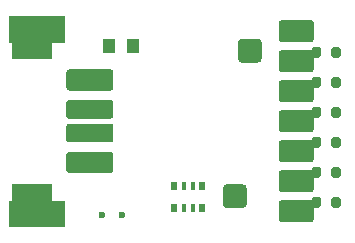
<source format=gbr>
%TF.GenerationSoftware,KiCad,Pcbnew,(5.1.9)-1*%
%TF.CreationDate,2022-11-25T13:08:51-06:00*%
%TF.ProjectId,pcb,7063622e-6b69-4636-9164-5f7063625858,rev?*%
%TF.SameCoordinates,Original*%
%TF.FileFunction,Soldermask,Bot*%
%TF.FilePolarity,Negative*%
%FSLAX46Y46*%
G04 Gerber Fmt 4.6, Leading zero omitted, Abs format (unit mm)*
G04 Created by KiCad (PCBNEW (5.1.9)-1) date 2022-11-25 13:08:51*
%MOMM*%
%LPD*%
G01*
G04 APERTURE LIST*
%ADD10C,0.100000*%
%ADD11C,0.600000*%
%ADD12R,3.500000X2.500000*%
%ADD13R,0.500000X0.800000*%
%ADD14R,0.400000X0.800000*%
%ADD15R,1.000000X1.250000*%
G04 APERTURE END LIST*
D10*
G36*
X129159000Y-94869000D02*
G01*
X124523500Y-94869000D01*
X124523500Y-92710000D01*
X129159000Y-92710000D01*
X129159000Y-94869000D01*
G37*
X129159000Y-94869000D02*
X124523500Y-94869000D01*
X124523500Y-92710000D01*
X129159000Y-92710000D01*
X129159000Y-94869000D01*
G36*
X129159000Y-110490000D02*
G01*
X124523500Y-110490000D01*
X124523500Y-108331000D01*
X129159000Y-108331000D01*
X129159000Y-110490000D01*
G37*
X129159000Y-110490000D02*
X124523500Y-110490000D01*
X124523500Y-108331000D01*
X129159000Y-108331000D01*
X129159000Y-110490000D01*
D11*
%TO.C,SW1*%
X134073000Y-109537500D03*
X132373000Y-109537500D03*
%TD*%
%TO.C,P1*%
G36*
G01*
X129623600Y-97200000D02*
X133094400Y-97200000D01*
G75*
G02*
X133359000Y-97464600I0J-264600D01*
G01*
X133359000Y-98735400D01*
G75*
G02*
X133094400Y-99000000I-264600J0D01*
G01*
X129623600Y-99000000D01*
G75*
G02*
X129359000Y-98735400I0J264600D01*
G01*
X129359000Y-97464600D01*
G75*
G02*
X129623600Y-97200000I264600J0D01*
G01*
G37*
G36*
G01*
X129594200Y-99800000D02*
X133123800Y-99800000D01*
G75*
G02*
X133359000Y-100035200I0J-235200D01*
G01*
X133359000Y-101164800D01*
G75*
G02*
X133123800Y-101400000I-235200J0D01*
G01*
X129594200Y-101400000D01*
G75*
G02*
X129359000Y-101164800I0J235200D01*
G01*
X129359000Y-100035200D01*
G75*
G02*
X129594200Y-99800000I235200J0D01*
G01*
G37*
G36*
G01*
X129594200Y-101800000D02*
X133123800Y-101800000D01*
G75*
G02*
X133359000Y-102035200I0J-235200D01*
G01*
X133359000Y-103164800D01*
G75*
G02*
X133123800Y-103400000I-235200J0D01*
G01*
X129594200Y-103400000D01*
G75*
G02*
X129359000Y-103164800I0J235200D01*
G01*
X129359000Y-102035200D01*
G75*
G02*
X129594200Y-101800000I235200J0D01*
G01*
G37*
G36*
G01*
X129623600Y-104200000D02*
X133094400Y-104200000D01*
G75*
G02*
X133359000Y-104464600I0J-264600D01*
G01*
X133359000Y-105735400D01*
G75*
G02*
X133094400Y-106000000I-264600J0D01*
G01*
X129623600Y-106000000D01*
G75*
G02*
X129359000Y-105735400I0J264600D01*
G01*
X129359000Y-104464600D01*
G75*
G02*
X129623600Y-104200000I264600J0D01*
G01*
G37*
%TD*%
D12*
%TO.C,P2*%
X126449000Y-108170000D03*
X126449000Y-95030000D03*
%TD*%
%TO.C,J2*%
G36*
G01*
X145613000Y-96631000D02*
X144201000Y-96631000D01*
G75*
G02*
X143907000Y-96337000I0J294000D01*
G01*
X143907000Y-94925000D01*
G75*
G02*
X144201000Y-94631000I294000J0D01*
G01*
X145613000Y-94631000D01*
G75*
G02*
X145907000Y-94925000I0J-294000D01*
G01*
X145907000Y-96337000D01*
G75*
G02*
X145613000Y-96631000I-294000J0D01*
G01*
G37*
%TD*%
%TO.C,J1*%
G36*
G01*
X142637000Y-108656000D02*
X142637000Y-107244000D01*
G75*
G02*
X142931000Y-106950000I294000J0D01*
G01*
X144343000Y-106950000D01*
G75*
G02*
X144637000Y-107244000I0J-294000D01*
G01*
X144637000Y-108656000D01*
G75*
G02*
X144343000Y-108950000I-294000J0D01*
G01*
X142931000Y-108950000D01*
G75*
G02*
X142637000Y-108656000I0J294000D01*
G01*
G37*
%TD*%
%TO.C,RN2*%
G36*
G01*
X147623300Y-93030000D02*
X150064700Y-93030000D01*
G75*
G02*
X150344000Y-93309300I0J-279300D01*
G01*
X150344000Y-94650700D01*
G75*
G02*
X150064700Y-94930000I-279300J0D01*
G01*
X147623300Y-94930000D01*
G75*
G02*
X147344000Y-94650700I0J279300D01*
G01*
X147344000Y-93309300D01*
G75*
G02*
X147623300Y-93030000I279300J0D01*
G01*
G37*
G36*
G01*
X147623300Y-95570000D02*
X150064700Y-95570000D01*
G75*
G02*
X150344000Y-95849300I0J-279300D01*
G01*
X150344000Y-97190700D01*
G75*
G02*
X150064700Y-97470000I-279300J0D01*
G01*
X147623300Y-97470000D01*
G75*
G02*
X147344000Y-97190700I0J279300D01*
G01*
X147344000Y-95849300D01*
G75*
G02*
X147623300Y-95570000I279300J0D01*
G01*
G37*
G36*
G01*
X147623300Y-98110000D02*
X150064700Y-98110000D01*
G75*
G02*
X150344000Y-98389300I0J-279300D01*
G01*
X150344000Y-99730700D01*
G75*
G02*
X150064700Y-100010000I-279300J0D01*
G01*
X147623300Y-100010000D01*
G75*
G02*
X147344000Y-99730700I0J279300D01*
G01*
X147344000Y-98389300D01*
G75*
G02*
X147623300Y-98110000I279300J0D01*
G01*
G37*
G36*
G01*
X147623300Y-100650000D02*
X150064700Y-100650000D01*
G75*
G02*
X150344000Y-100929300I0J-279300D01*
G01*
X150344000Y-102270700D01*
G75*
G02*
X150064700Y-102550000I-279300J0D01*
G01*
X147623300Y-102550000D01*
G75*
G02*
X147344000Y-102270700I0J279300D01*
G01*
X147344000Y-100929300D01*
G75*
G02*
X147623300Y-100650000I279300J0D01*
G01*
G37*
G36*
G01*
X147623300Y-103190000D02*
X150064700Y-103190000D01*
G75*
G02*
X150344000Y-103469300I0J-279300D01*
G01*
X150344000Y-104810700D01*
G75*
G02*
X150064700Y-105090000I-279300J0D01*
G01*
X147623300Y-105090000D01*
G75*
G02*
X147344000Y-104810700I0J279300D01*
G01*
X147344000Y-103469300D01*
G75*
G02*
X147623300Y-103190000I279300J0D01*
G01*
G37*
G36*
G01*
X147623300Y-105730000D02*
X150064700Y-105730000D01*
G75*
G02*
X150344000Y-106009300I0J-279300D01*
G01*
X150344000Y-107350700D01*
G75*
G02*
X150064700Y-107630000I-279300J0D01*
G01*
X147623300Y-107630000D01*
G75*
G02*
X147344000Y-107350700I0J279300D01*
G01*
X147344000Y-106009300D01*
G75*
G02*
X147623300Y-105730000I279300J0D01*
G01*
G37*
G36*
G01*
X147623300Y-108270000D02*
X150064700Y-108270000D01*
G75*
G02*
X150344000Y-108549300I0J-279300D01*
G01*
X150344000Y-109890700D01*
G75*
G02*
X150064700Y-110170000I-279300J0D01*
G01*
X147623300Y-110170000D01*
G75*
G02*
X147344000Y-109890700I0J279300D01*
G01*
X147344000Y-108549300D01*
G75*
G02*
X147623300Y-108270000I279300J0D01*
G01*
G37*
%TD*%
D13*
%TO.C,RN3*%
X140900000Y-108913500D03*
D14*
X139300000Y-108913500D03*
X140100000Y-108913500D03*
D13*
X138500000Y-108913500D03*
D14*
X140100000Y-107113500D03*
D13*
X140900000Y-107113500D03*
D14*
X139300000Y-107113500D03*
D13*
X138500000Y-107113500D03*
%TD*%
D15*
%TO.C,C1*%
X132985000Y-95250000D03*
X134985000Y-95250000D03*
%TD*%
%TO.C,R7*%
G36*
G01*
X152609000Y-95483000D02*
X152609000Y-96033000D01*
G75*
G02*
X152409000Y-96233000I-200000J0D01*
G01*
X152009000Y-96233000D01*
G75*
G02*
X151809000Y-96033000I0J200000D01*
G01*
X151809000Y-95483000D01*
G75*
G02*
X152009000Y-95283000I200000J0D01*
G01*
X152409000Y-95283000D01*
G75*
G02*
X152609000Y-95483000I0J-200000D01*
G01*
G37*
G36*
G01*
X150959000Y-95483000D02*
X150959000Y-96033000D01*
G75*
G02*
X150759000Y-96233000I-200000J0D01*
G01*
X150359000Y-96233000D01*
G75*
G02*
X150159000Y-96033000I0J200000D01*
G01*
X150159000Y-95483000D01*
G75*
G02*
X150359000Y-95283000I200000J0D01*
G01*
X150759000Y-95283000D01*
G75*
G02*
X150959000Y-95483000I0J-200000D01*
G01*
G37*
%TD*%
%TO.C,R8*%
G36*
G01*
X150959000Y-98023000D02*
X150959000Y-98573000D01*
G75*
G02*
X150759000Y-98773000I-200000J0D01*
G01*
X150359000Y-98773000D01*
G75*
G02*
X150159000Y-98573000I0J200000D01*
G01*
X150159000Y-98023000D01*
G75*
G02*
X150359000Y-97823000I200000J0D01*
G01*
X150759000Y-97823000D01*
G75*
G02*
X150959000Y-98023000I0J-200000D01*
G01*
G37*
G36*
G01*
X152609000Y-98023000D02*
X152609000Y-98573000D01*
G75*
G02*
X152409000Y-98773000I-200000J0D01*
G01*
X152009000Y-98773000D01*
G75*
G02*
X151809000Y-98573000I0J200000D01*
G01*
X151809000Y-98023000D01*
G75*
G02*
X152009000Y-97823000I200000J0D01*
G01*
X152409000Y-97823000D01*
G75*
G02*
X152609000Y-98023000I0J-200000D01*
G01*
G37*
%TD*%
%TO.C,R9*%
G36*
G01*
X152609000Y-100563000D02*
X152609000Y-101113000D01*
G75*
G02*
X152409000Y-101313000I-200000J0D01*
G01*
X152009000Y-101313000D01*
G75*
G02*
X151809000Y-101113000I0J200000D01*
G01*
X151809000Y-100563000D01*
G75*
G02*
X152009000Y-100363000I200000J0D01*
G01*
X152409000Y-100363000D01*
G75*
G02*
X152609000Y-100563000I0J-200000D01*
G01*
G37*
G36*
G01*
X150959000Y-100563000D02*
X150959000Y-101113000D01*
G75*
G02*
X150759000Y-101313000I-200000J0D01*
G01*
X150359000Y-101313000D01*
G75*
G02*
X150159000Y-101113000I0J200000D01*
G01*
X150159000Y-100563000D01*
G75*
G02*
X150359000Y-100363000I200000J0D01*
G01*
X150759000Y-100363000D01*
G75*
G02*
X150959000Y-100563000I0J-200000D01*
G01*
G37*
%TD*%
%TO.C,R10*%
G36*
G01*
X150959000Y-103103000D02*
X150959000Y-103653000D01*
G75*
G02*
X150759000Y-103853000I-200000J0D01*
G01*
X150359000Y-103853000D01*
G75*
G02*
X150159000Y-103653000I0J200000D01*
G01*
X150159000Y-103103000D01*
G75*
G02*
X150359000Y-102903000I200000J0D01*
G01*
X150759000Y-102903000D01*
G75*
G02*
X150959000Y-103103000I0J-200000D01*
G01*
G37*
G36*
G01*
X152609000Y-103103000D02*
X152609000Y-103653000D01*
G75*
G02*
X152409000Y-103853000I-200000J0D01*
G01*
X152009000Y-103853000D01*
G75*
G02*
X151809000Y-103653000I0J200000D01*
G01*
X151809000Y-103103000D01*
G75*
G02*
X152009000Y-102903000I200000J0D01*
G01*
X152409000Y-102903000D01*
G75*
G02*
X152609000Y-103103000I0J-200000D01*
G01*
G37*
%TD*%
%TO.C,R11*%
G36*
G01*
X152609000Y-105643000D02*
X152609000Y-106193000D01*
G75*
G02*
X152409000Y-106393000I-200000J0D01*
G01*
X152009000Y-106393000D01*
G75*
G02*
X151809000Y-106193000I0J200000D01*
G01*
X151809000Y-105643000D01*
G75*
G02*
X152009000Y-105443000I200000J0D01*
G01*
X152409000Y-105443000D01*
G75*
G02*
X152609000Y-105643000I0J-200000D01*
G01*
G37*
G36*
G01*
X150959000Y-105643000D02*
X150959000Y-106193000D01*
G75*
G02*
X150759000Y-106393000I-200000J0D01*
G01*
X150359000Y-106393000D01*
G75*
G02*
X150159000Y-106193000I0J200000D01*
G01*
X150159000Y-105643000D01*
G75*
G02*
X150359000Y-105443000I200000J0D01*
G01*
X150759000Y-105443000D01*
G75*
G02*
X150959000Y-105643000I0J-200000D01*
G01*
G37*
%TD*%
%TO.C,R12*%
G36*
G01*
X150959000Y-108183000D02*
X150959000Y-108733000D01*
G75*
G02*
X150759000Y-108933000I-200000J0D01*
G01*
X150359000Y-108933000D01*
G75*
G02*
X150159000Y-108733000I0J200000D01*
G01*
X150159000Y-108183000D01*
G75*
G02*
X150359000Y-107983000I200000J0D01*
G01*
X150759000Y-107983000D01*
G75*
G02*
X150959000Y-108183000I0J-200000D01*
G01*
G37*
G36*
G01*
X152609000Y-108183000D02*
X152609000Y-108733000D01*
G75*
G02*
X152409000Y-108933000I-200000J0D01*
G01*
X152009000Y-108933000D01*
G75*
G02*
X151809000Y-108733000I0J200000D01*
G01*
X151809000Y-108183000D01*
G75*
G02*
X152009000Y-107983000I200000J0D01*
G01*
X152409000Y-107983000D01*
G75*
G02*
X152609000Y-108183000I0J-200000D01*
G01*
G37*
%TD*%
M02*

</source>
